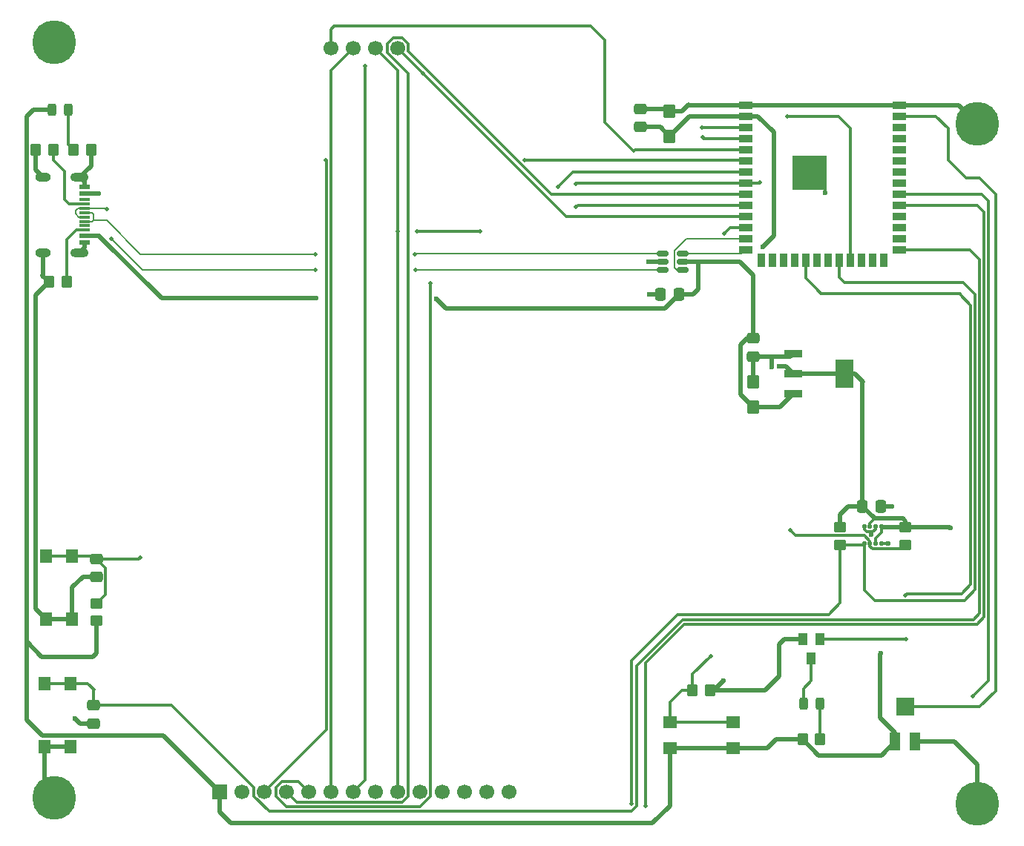
<source format=gbr>
%TF.GenerationSoftware,KiCad,Pcbnew,9.0.1*%
%TF.CreationDate,2025-06-20T23:10:46-05:00*%
%TF.ProjectId,LVGL_Training_Board,4c56474c-5f54-4726-9169-6e696e675f42,rev?*%
%TF.SameCoordinates,Original*%
%TF.FileFunction,Copper,L1,Top*%
%TF.FilePolarity,Positive*%
%FSLAX46Y46*%
G04 Gerber Fmt 4.6, Leading zero omitted, Abs format (unit mm)*
G04 Created by KiCad (PCBNEW 9.0.1) date 2025-06-20 23:10:46*
%MOMM*%
%LPD*%
G01*
G04 APERTURE LIST*
G04 Aperture macros list*
%AMRoundRect*
0 Rectangle with rounded corners*
0 $1 Rounding radius*
0 $2 $3 $4 $5 $6 $7 $8 $9 X,Y pos of 4 corners*
0 Add a 4 corners polygon primitive as box body*
4,1,4,$2,$3,$4,$5,$6,$7,$8,$9,$2,$3,0*
0 Add four circle primitives for the rounded corners*
1,1,$1+$1,$2,$3*
1,1,$1+$1,$4,$5*
1,1,$1+$1,$6,$7*
1,1,$1+$1,$8,$9*
0 Add four rect primitives between the rounded corners*
20,1,$1+$1,$2,$3,$4,$5,0*
20,1,$1+$1,$4,$5,$6,$7,0*
20,1,$1+$1,$6,$7,$8,$9,0*
20,1,$1+$1,$8,$9,$2,$3,0*%
G04 Aperture macros list end*
%TA.AperFunction,SMDPad,CuDef*%
%ADD10RoundRect,0.243750X-0.243750X-0.456250X0.243750X-0.456250X0.243750X0.456250X-0.243750X0.456250X0*%
%TD*%
%TA.AperFunction,SMDPad,CuDef*%
%ADD11RoundRect,0.250000X-0.350000X-0.450000X0.350000X-0.450000X0.350000X0.450000X-0.350000X0.450000X0*%
%TD*%
%TA.AperFunction,SMDPad,CuDef*%
%ADD12R,1.000000X1.400000*%
%TD*%
%TA.AperFunction,SMDPad,CuDef*%
%ADD13RoundRect,0.056250X-0.168750X0.188750X-0.168750X-0.188750X0.168750X-0.188750X0.168750X0.188750X0*%
%TD*%
%TA.AperFunction,SMDPad,CuDef*%
%ADD14RoundRect,0.250000X-0.450000X0.350000X-0.450000X-0.350000X0.450000X-0.350000X0.450000X0.350000X0*%
%TD*%
%TA.AperFunction,SMDPad,CuDef*%
%ADD15RoundRect,0.250000X-0.337500X-0.475000X0.337500X-0.475000X0.337500X0.475000X-0.337500X0.475000X0*%
%TD*%
%TA.AperFunction,SMDPad,CuDef*%
%ADD16R,1.300000X2.000000*%
%TD*%
%TA.AperFunction,SMDPad,CuDef*%
%ADD17R,2.000000X2.000000*%
%TD*%
%TA.AperFunction,SMDPad,CuDef*%
%ADD18R,1.600000X1.400000*%
%TD*%
%TA.AperFunction,SMDPad,CuDef*%
%ADD19RoundRect,0.250000X0.350000X0.450000X-0.350000X0.450000X-0.350000X-0.450000X0.350000X-0.450000X0*%
%TD*%
%TA.AperFunction,SMDPad,CuDef*%
%ADD20R,2.150000X0.950000*%
%TD*%
%TA.AperFunction,SMDPad,CuDef*%
%ADD21R,2.150000X3.250000*%
%TD*%
%TA.AperFunction,SMDPad,CuDef*%
%ADD22RoundRect,0.250000X0.450000X-0.350000X0.450000X0.350000X-0.450000X0.350000X-0.450000X-0.350000X0*%
%TD*%
%TA.AperFunction,ComponentPad*%
%ADD23C,5.000000*%
%TD*%
%TA.AperFunction,SMDPad,CuDef*%
%ADD24R,1.400000X1.600000*%
%TD*%
%TA.AperFunction,SMDPad,CuDef*%
%ADD25RoundRect,0.250000X-0.475000X0.337500X-0.475000X-0.337500X0.475000X-0.337500X0.475000X0.337500X0*%
%TD*%
%TA.AperFunction,ComponentPad*%
%ADD26R,1.700000X1.700000*%
%TD*%
%TA.AperFunction,ComponentPad*%
%ADD27C,1.700000*%
%TD*%
%TA.AperFunction,SMDPad,CuDef*%
%ADD28RoundRect,0.250000X0.445000X-0.545000X0.445000X0.545000X-0.445000X0.545000X-0.445000X-0.545000X0*%
%TD*%
%TA.AperFunction,SMDPad,CuDef*%
%ADD29RoundRect,0.243750X0.243750X0.456250X-0.243750X0.456250X-0.243750X-0.456250X0.243750X-0.456250X0*%
%TD*%
%TA.AperFunction,SMDPad,CuDef*%
%ADD30RoundRect,0.150000X-0.512500X-0.150000X0.512500X-0.150000X0.512500X0.150000X-0.512500X0.150000X0*%
%TD*%
%TA.AperFunction,SMDPad,CuDef*%
%ADD31R,1.150000X0.600000*%
%TD*%
%TA.AperFunction,SMDPad,CuDef*%
%ADD32R,1.150000X0.300000*%
%TD*%
%TA.AperFunction,ComponentPad*%
%ADD33O,2.100000X1.000000*%
%TD*%
%TA.AperFunction,ComponentPad*%
%ADD34O,1.800000X1.000000*%
%TD*%
%TA.AperFunction,SMDPad,CuDef*%
%ADD35RoundRect,0.250000X0.337500X0.475000X-0.337500X0.475000X-0.337500X-0.475000X0.337500X-0.475000X0*%
%TD*%
%TA.AperFunction,SMDPad,CuDef*%
%ADD36R,1.500000X0.900000*%
%TD*%
%TA.AperFunction,SMDPad,CuDef*%
%ADD37R,0.900000X1.500000*%
%TD*%
%TA.AperFunction,HeatsinkPad*%
%ADD38C,0.600000*%
%TD*%
%TA.AperFunction,HeatsinkPad*%
%ADD39R,3.900000X3.900000*%
%TD*%
%TA.AperFunction,SMDPad,CuDef*%
%ADD40RoundRect,0.250000X0.475000X-0.337500X0.475000X0.337500X-0.475000X0.337500X-0.475000X-0.337500X0*%
%TD*%
%TA.AperFunction,ViaPad*%
%ADD41C,0.600000*%
%TD*%
%TA.AperFunction,ViaPad*%
%ADD42C,0.500000*%
%TD*%
%TA.AperFunction,Conductor*%
%ADD43C,0.300000*%
%TD*%
%TA.AperFunction,Conductor*%
%ADD44C,0.500000*%
%TD*%
%TA.AperFunction,Conductor*%
%ADD45C,0.200000*%
%TD*%
G04 APERTURE END LIST*
D10*
%TO.P,LED2,2,A*%
%TO.N,Net-(LED2-A)*%
X177907500Y-132700000D03*
%TO.P,LED2,1,K*%
%TO.N,Net-(LED2-K)*%
X176032500Y-132700000D03*
%TD*%
D11*
%TO.P,R9,2*%
%TO.N,Net-(LED2-A)*%
X177950000Y-136800000D03*
%TO.P,R9,1*%
%TO.N,+3.3V*%
X175950000Y-136800000D03*
%TD*%
D12*
%TO.P,U6,1*%
%TO.N,/LED1*%
X177900000Y-125350000D03*
%TO.P,U6,2*%
%TO.N,GND*%
X176000000Y-125350000D03*
%TO.P,U6,3*%
%TO.N,Net-(LED2-K)*%
X176950000Y-127550000D03*
%TD*%
D13*
%TO.P,U9,3,SDI*%
%TO.N,/SDA*%
X183625000Y-114420000D03*
%TO.P,U9,2,CSB*%
%TO.N,+3.3V*%
X184275000Y-114420000D03*
%TO.P,U9,1,GND*%
%TO.N,GND*%
X184925000Y-114420000D03*
%TO.P,U9,4,SCK*%
%TO.N,/SCL*%
X182975000Y-114420000D03*
%TO.P,U9,6,VDDIO*%
%TO.N,+3.3V*%
X183625000Y-112480000D03*
%TO.P,U9,7,GND*%
%TO.N,GND*%
X184275000Y-112480000D03*
%TO.P,U9,8,VDD*%
%TO.N,+3.3V*%
X184925000Y-112480000D03*
%TO.P,U9,5,SDO*%
%TO.N,GND*%
X182975000Y-112480000D03*
%TD*%
D14*
%TO.P,R13,1*%
%TO.N,+3.3V*%
X187675000Y-112537500D03*
%TO.P,R13,2*%
%TO.N,/SDA*%
X187675000Y-114537500D03*
%TD*%
%TO.P,R12,1*%
%TO.N,+3.3V*%
X180225000Y-112537500D03*
%TO.P,R12,2*%
%TO.N,/SCL*%
X180225000Y-114537500D03*
%TD*%
D15*
%TO.P,C8,1*%
%TO.N,+3.3V*%
X182787500Y-110170000D03*
%TO.P,C8,2*%
%TO.N,GND*%
X184862500Y-110170000D03*
%TD*%
D16*
%TO.P,VR1,C,C*%
%TO.N,+3.3V*%
X186500000Y-137050000D03*
%TO.P,VR1,A,A*%
%TO.N,GND*%
X188800000Y-137050000D03*
D17*
%TO.P,VR1,B,B*%
%TO.N,/POT1*%
X187650000Y-133050000D03*
%TD*%
D18*
%TO.P,S3,1*%
%TO.N,/SW1*%
X168000000Y-134800000D03*
%TO.P,S3,2*%
X160800000Y-134800000D03*
%TO.P,S3,3*%
%TO.N,+3.3V*%
X168000000Y-137800000D03*
%TO.P,S3,4*%
X160800000Y-137800000D03*
%TD*%
D19*
%TO.P,R6,1*%
%TO.N,GND*%
X165400000Y-131200000D03*
%TO.P,R6,2*%
%TO.N,/SW1*%
X163400000Y-131200000D03*
%TD*%
D20*
%TO.P,U1,1,GND*%
%TO.N,GND*%
X174900000Y-92700000D03*
%TO.P,U1,2,VOUT_2*%
%TO.N,+3.3V*%
X174900000Y-95000000D03*
%TO.P,U1,3,VIN*%
%TO.N,+5V*%
X174900000Y-97300000D03*
D21*
%TO.P,U1,4,VOUT_4*%
%TO.N,+3.3V*%
X180700000Y-95000000D03*
%TD*%
D22*
%TO.P,R4,1*%
%TO.N,+3.3V*%
X95400000Y-123250000D03*
%TO.P,R4,2*%
%TO.N,/EN*%
X95400000Y-121250000D03*
%TD*%
D23*
%TO.P,H3,1,1*%
%TO.N,GND*%
X90550000Y-143450000D03*
%TD*%
D24*
%TO.P,S1,1*%
%TO.N,GND*%
X92412500Y-137600000D03*
%TO.P,S1,2*%
%TO.N,/BOOT*%
X92412500Y-130400000D03*
%TO.P,S1,3*%
%TO.N,GND*%
X89412500Y-137600000D03*
%TO.P,S1,4*%
%TO.N,/BOOT*%
X89412500Y-130400000D03*
%TD*%
D25*
%TO.P,C1,1*%
%TO.N,+5V*%
X170300000Y-90962500D03*
%TO.P,C1,2*%
%TO.N,GND*%
X170300000Y-93037500D03*
%TD*%
D26*
%TO.P,U4,1,VCC*%
%TO.N,+3.3V*%
X109440000Y-142760000D03*
D27*
%TO.P,U4,2,GND*%
%TO.N,GND*%
X111980000Y-142760000D03*
%TO.P,U4,3,TFT_CS*%
%TO.N,/TFT_CS*%
X114520000Y-142760000D03*
%TO.P,U4,4,TFT_RST*%
%TO.N,/TFT_RST*%
X117060000Y-142760000D03*
%TO.P,U4,5,TFT_D/C*%
%TO.N,/TFT_DC*%
X119600000Y-142760000D03*
%TO.P,U4,6,TFT_MOSI*%
%TO.N,/MOSI*%
X122140000Y-142760000D03*
%TO.P,U4,7,TFT_SCK*%
%TO.N,/SCK*%
X124680000Y-142760000D03*
%TO.P,U4,8,LED*%
%TO.N,/TFT_LED*%
X127220000Y-142760000D03*
%TO.P,U4,9,TFT_MISO*%
%TO.N,/MISO*%
X129760000Y-142760000D03*
%TO.P,U4,10,T_CLK*%
%TO.N,/SCL*%
X132300000Y-142760000D03*
%TO.P,U4,11,T_CS*%
%TO.N,/T_CS*%
X134840000Y-142760000D03*
%TO.P,U4,12,T_DI*%
%TO.N,/SDA*%
X137380000Y-142760000D03*
%TO.P,U4,13,T_DO*%
%TO.N,GND*%
X139920000Y-142760000D03*
%TO.P,U4,14,T_IRQ*%
%TO.N,/T_IRQ*%
X142460000Y-142760000D03*
%TO.P,U4,15,SD_CS*%
%TO.N,/SD_CS*%
X122140000Y-57840000D03*
%TO.P,U4,16,SD_MOSI*%
%TO.N,/MOSI*%
X124680000Y-57840000D03*
%TO.P,U4,17,SD_MISO*%
%TO.N,/MISO*%
X127220000Y-57840000D03*
%TO.P,U4,18,SD_SCK*%
%TO.N,/SCK*%
X129760000Y-57840000D03*
%TD*%
D28*
%TO.P,C3,1*%
%TO.N,+3.3V*%
X160750000Y-67890000D03*
%TO.P,C3,2*%
%TO.N,GND*%
X160750000Y-65010000D03*
%TD*%
%TO.P,C2,1*%
%TO.N,+5V*%
X170300000Y-98840000D03*
%TO.P,C2,2*%
%TO.N,GND*%
X170300000Y-95960000D03*
%TD*%
D11*
%TO.P,R1,1*%
%TO.N,/PWD_LED*%
X92750000Y-69450000D03*
%TO.P,R1,2*%
%TO.N,GND*%
X94750000Y-69450000D03*
%TD*%
D29*
%TO.P,LED1,1,K*%
%TO.N,/PWD_LED*%
X92137500Y-64900000D03*
%TO.P,LED1,2,A*%
%TO.N,+3.3V*%
X90262500Y-64900000D03*
%TD*%
D24*
%TO.P,S2,1*%
%TO.N,GND*%
X92612500Y-123050000D03*
%TO.P,S2,2*%
%TO.N,/EN*%
X92612500Y-115850000D03*
%TO.P,S2,3*%
%TO.N,GND*%
X89612500Y-123050000D03*
%TO.P,S2,4*%
%TO.N,/EN*%
X89612500Y-115850000D03*
%TD*%
D30*
%TO.P,U3,1,I/O1*%
%TO.N,/USB_P*%
X160012500Y-81300000D03*
%TO.P,U3,2,GND*%
%TO.N,GND*%
X160012500Y-82250000D03*
%TO.P,U3,3,I/O2*%
%TO.N,/USB_N*%
X160012500Y-83200000D03*
%TO.P,U3,4,I/O2*%
%TO.N,/D-*%
X162287500Y-83200000D03*
%TO.P,U3,5,VBUS*%
%TO.N,+5V*%
X162287500Y-82250000D03*
%TO.P,U3,6,I/O1*%
%TO.N,/D+*%
X162287500Y-81300000D03*
%TD*%
D31*
%TO.P,J1,A1_B12,GND*%
%TO.N,GND*%
X94042500Y-73672500D03*
%TO.P,J1,A4_B9,VBUS*%
%TO.N,+5V*%
X94042500Y-74472500D03*
D32*
%TO.P,J1,A5,CC1*%
%TO.N,Net-(J1-CC1)*%
X94042500Y-75622500D03*
%TO.P,J1,A6,DP1*%
%TO.N,/USB_P*%
X94042500Y-76622500D03*
%TO.P,J1,A7,DN1*%
%TO.N,/USB_N*%
X94042500Y-77122500D03*
%TO.P,J1,A8,SBU1*%
%TO.N,unconnected-(J1-SBU1-PadA8)*%
X94042500Y-78122500D03*
D31*
%TO.P,J1,B1_A12,GND*%
%TO.N,GND*%
X94042500Y-80072500D03*
%TO.P,J1,B4_A9,VBUS*%
%TO.N,+5V*%
X94042500Y-79272500D03*
D32*
%TO.P,J1,B5,CC2*%
%TO.N,Net-(J1-CC2)*%
X94042500Y-78622500D03*
%TO.P,J1,B6,DP2*%
%TO.N,/USB_P*%
X94042500Y-77622500D03*
%TO.P,J1,B7,DN2*%
%TO.N,/USB_N*%
X94042500Y-76122500D03*
%TO.P,J1,B8,SBU2*%
%TO.N,unconnected-(J1-SBU2-PadB8)*%
X94042500Y-75122500D03*
D33*
%TO.P,J1,SH1,SHELL_GND*%
%TO.N,GND*%
X93467500Y-72552500D03*
%TO.P,J1,SH2,SHELL_GND*%
X93467500Y-81192500D03*
D34*
%TO.P,J1,SH3,SHELL_GND*%
X89287500Y-72552500D03*
%TO.P,J1,SH4,SHELL_GND*%
X89287500Y-81192500D03*
%TD*%
D35*
%TO.P,C5,1*%
%TO.N,+5V*%
X161837500Y-85950000D03*
%TO.P,C5,2*%
%TO.N,GND*%
X159762500Y-85950000D03*
%TD*%
D25*
%TO.P,C7,1*%
%TO.N,/EN*%
X95350000Y-116162500D03*
%TO.P,C7,2*%
%TO.N,GND*%
X95350000Y-118237500D03*
%TD*%
D23*
%TO.P,H2,1,1*%
%TO.N,GND*%
X195850000Y-144150000D03*
%TD*%
D19*
%TO.P,R3,1*%
%TO.N,Net-(J1-CC1)*%
X90450000Y-69450000D03*
%TO.P,R3,2*%
%TO.N,GND*%
X88450000Y-69450000D03*
%TD*%
D25*
%TO.P,C6,1*%
%TO.N,/BOOT*%
X95062500Y-132900000D03*
%TO.P,C6,2*%
%TO.N,GND*%
X95062500Y-134975000D03*
%TD*%
D19*
%TO.P,R2,1*%
%TO.N,Net-(J1-CC2)*%
X91987500Y-84522500D03*
%TO.P,R2,2*%
%TO.N,GND*%
X89987500Y-84522500D03*
%TD*%
D36*
%TO.P,U2,1,GND*%
%TO.N,GND*%
X169450000Y-64330000D03*
%TO.P,U2,2,3V3*%
%TO.N,+3.3V*%
X169450000Y-65600000D03*
%TO.P,U2,3,EN*%
%TO.N,/EN*%
X169450000Y-66870000D03*
%TO.P,U2,4,IO4*%
%TO.N,/TFT_DC*%
X169450000Y-68140000D03*
%TO.P,U2,5,IO5*%
%TO.N,/SD_CS*%
X169450000Y-69410000D03*
%TO.P,U2,6,IO6*%
%TO.N,/TFT_CS*%
X169450000Y-70680000D03*
%TO.P,U2,7,IO7*%
%TO.N,/T_CS*%
X169450000Y-71950000D03*
%TO.P,U2,8,IO15*%
%TO.N,/SDA*%
X169450000Y-73220000D03*
%TO.P,U2,9,IO16*%
%TO.N,/TFT_RST*%
X169450000Y-74490000D03*
%TO.P,U2,10,IO17*%
%TO.N,/MISO*%
X169450000Y-75760000D03*
%TO.P,U2,11,IO18*%
%TO.N,/SCK*%
X169450000Y-77030000D03*
%TO.P,U2,12,IO8*%
%TO.N,/SW1*%
X169450000Y-78300000D03*
%TO.P,U2,13,USB_D-*%
%TO.N,/D-*%
X169450000Y-79570000D03*
%TO.P,U2,14,USB_D+*%
%TO.N,/D+*%
X169450000Y-80840000D03*
D37*
%TO.P,U2,15,IO3*%
%TO.N,unconnected-(U2-IO3-Pad15)*%
X171215000Y-82090000D03*
%TO.P,U2,16,IO46*%
%TO.N,unconnected-(U2-IO46-Pad16)*%
X172485000Y-82090000D03*
%TO.P,U2,17,IO9*%
%TO.N,unconnected-(U2-IO9-Pad17)*%
X173755000Y-82090000D03*
%TO.P,U2,18,IO10*%
%TO.N,unconnected-(U2-IO10-Pad18)*%
X175025000Y-82090000D03*
%TO.P,U2,19,IO11*%
%TO.N,/LED1*%
X176295000Y-82090000D03*
%TO.P,U2,20,IO12*%
%TO.N,unconnected-(U2-IO12-Pad20)*%
X177565000Y-82090000D03*
%TO.P,U2,21,IO13*%
%TO.N,unconnected-(U2-IO13-Pad21)*%
X178835000Y-82090000D03*
%TO.P,U2,22,IO14*%
%TO.N,/SCL*%
X180105000Y-82090000D03*
%TO.P,U2,23,IO21*%
%TO.N,/MOSI*%
X181375000Y-82090000D03*
%TO.P,U2,24,IO47*%
%TO.N,unconnected-(U2-IO47-Pad24)*%
X182645000Y-82090000D03*
%TO.P,U2,25,IO48*%
%TO.N,unconnected-(U2-IO48-Pad25)*%
X183915000Y-82090000D03*
%TO.P,U2,26,IO45*%
%TO.N,unconnected-(U2-IO45-Pad26)*%
X185185000Y-82090000D03*
D36*
%TO.P,U2,27,IO0*%
%TO.N,/BOOT*%
X186950000Y-80840000D03*
%TO.P,U2,28,IO35*%
%TO.N,unconnected-(U2-IO35-Pad28)*%
X186950000Y-79570000D03*
%TO.P,U2,29,IO36*%
%TO.N,unconnected-(U2-IO36-Pad29)*%
X186950000Y-78300000D03*
%TO.P,U2,30,IO37*%
%TO.N,unconnected-(U2-IO37-Pad30)*%
X186950000Y-77030000D03*
%TO.P,U2,31,IO38*%
%TO.N,/TFT_LED*%
X186950000Y-75760000D03*
%TO.P,U2,32,IO39*%
%TO.N,/T_IRQ*%
X186950000Y-74490000D03*
%TO.P,U2,33,IO40*%
%TO.N,unconnected-(U2-IO40-Pad33)*%
X186950000Y-73220000D03*
%TO.P,U2,34,IO41*%
%TO.N,unconnected-(U2-IO41-Pad34)*%
X186950000Y-71950000D03*
%TO.P,U2,35,IO42*%
%TO.N,unconnected-(U2-IO42-Pad35)*%
X186950000Y-70680000D03*
%TO.P,U2,36,RXD0*%
%TO.N,unconnected-(U2-RXD0-Pad36)*%
X186950000Y-69410000D03*
%TO.P,U2,37,TXD0*%
%TO.N,unconnected-(U2-TXD0-Pad37)*%
X186950000Y-68140000D03*
%TO.P,U2,38,IO2*%
%TO.N,unconnected-(U2-IO2-Pad38)*%
X186950000Y-66870000D03*
%TO.P,U2,39,IO1*%
%TO.N,/POT1*%
X186950000Y-65600000D03*
%TO.P,U2,40,GND*%
%TO.N,GND*%
X186950000Y-64330000D03*
D38*
%TO.P,U2,41,GND*%
X175300000Y-71350000D03*
X175300000Y-72750000D03*
X176000000Y-70650000D03*
X176000000Y-72050000D03*
X176000000Y-73450000D03*
X176700000Y-71350000D03*
D39*
X176700000Y-72050000D03*
D38*
X176700000Y-72750000D03*
X177400000Y-70650000D03*
X177400000Y-72050000D03*
X177400000Y-73450000D03*
X178100000Y-71350000D03*
X178100000Y-72750000D03*
%TD*%
D40*
%TO.P,C4,1*%
%TO.N,+3.3V*%
X157450000Y-66837500D03*
%TO.P,C4,2*%
%TO.N,GND*%
X157450000Y-64762500D03*
%TD*%
D23*
%TO.P,H4,1,1*%
%TO.N,GND*%
X90550000Y-57150000D03*
%TD*%
%TO.P,H1,1,1*%
%TO.N,GND*%
X195900000Y-66500000D03*
%TD*%
D41*
%TO.N,GND*%
X178500000Y-74400000D03*
X183795452Y-113386214D03*
X185750000Y-114366000D03*
%TO.N,+3.3V*%
X192800000Y-112650000D03*
X184900000Y-126900000D03*
D42*
%TO.N,/LED1*%
X187750000Y-125350000D03*
X187650000Y-120300000D03*
D41*
%TO.N,+5V*%
X134151000Y-86450000D03*
X120400000Y-86400000D03*
D42*
%TO.N,/SDA*%
X174500000Y-112900000D03*
X171100000Y-73200000D03*
%TO.N,/MOSI*%
X174200000Y-65650000D03*
%TO.N,/SCL*%
X156400000Y-144150000D03*
%TO.N,/TFT_LED*%
X158000000Y-144400000D03*
%TO.N,/T_IRQ*%
X195350000Y-131850000D03*
D41*
%TO.N,+3.3V*%
X173300000Y-94150000D03*
X171400000Y-80550000D03*
D42*
%TO.N,/SW1*%
X165450000Y-127300000D03*
X167000000Y-79020000D03*
%TO.N,/MISO*%
X129760000Y-78750000D03*
X131950000Y-78750000D03*
X150100000Y-75950000D03*
X139150000Y-78750000D03*
%TO.N,/SDA*%
X150100000Y-73350000D03*
%TO.N,/SCK*%
X132600764Y-60699236D03*
X126000000Y-59900000D03*
%TO.N,/T_CS*%
X148000000Y-73650000D03*
%TO.N,/TFT_DC*%
X164550000Y-68050000D03*
%TO.N,/EN*%
X100350000Y-116050000D03*
X164450000Y-66900000D03*
%TO.N,/TFT_DC*%
X133450000Y-84650000D03*
%TO.N,/TFT_CS*%
X144200000Y-70600000D03*
X121540000Y-70600000D03*
D41*
%TO.N,GND*%
X186100000Y-110200000D03*
X172450000Y-94250000D03*
X158450000Y-85950000D03*
X158400000Y-82250000D03*
X166950000Y-130050000D03*
D42*
%TO.N,/USB_N*%
X96550000Y-76200000D03*
X97100000Y-79600000D03*
X120350000Y-83200000D03*
X131750000Y-83200000D03*
%TO.N,/USB_P*%
X120350000Y-81350000D03*
X131700000Y-81350000D03*
D41*
%TO.N,+5V*%
X95650000Y-74450000D03*
X95650000Y-79250000D03*
%TO.N,GND*%
X92900000Y-134400000D03*
%TD*%
D43*
%TO.N,/BOOT*%
X194840000Y-80840000D02*
X186950000Y-80840000D01*
X194850000Y-80850000D02*
X194840000Y-80840000D01*
X195050000Y-80850000D02*
X194850000Y-80850000D01*
X196148000Y-81948000D02*
X195050000Y-80850000D01*
X196148000Y-122402000D02*
X196148000Y-81948000D01*
X195450000Y-123100000D02*
X196148000Y-122402000D01*
X162241480Y-123100000D02*
X195450000Y-123100000D01*
X156398943Y-145001000D02*
X157001000Y-144398943D01*
X157001000Y-144398943D02*
X157001000Y-128340480D01*
X113319000Y-143257471D02*
X115062529Y-145001000D01*
X157001000Y-128340480D02*
X162241480Y-123100000D01*
X113319000Y-142262529D02*
X113319000Y-143257471D01*
X95062500Y-132900000D02*
X103956471Y-132900000D01*
X103956471Y-132900000D02*
X113319000Y-142262529D01*
X115062529Y-145001000D02*
X156398943Y-145001000D01*
%TO.N,/TFT_LED*%
X196649000Y-76569000D02*
X195840000Y-75760000D01*
X195850000Y-123600000D02*
X196649000Y-122801000D01*
X195840000Y-75760000D02*
X186950000Y-75760000D01*
X162450000Y-123600000D02*
X195850000Y-123600000D01*
X196649000Y-122801000D02*
X196649000Y-76569000D01*
X158000000Y-128050000D02*
X162450000Y-123600000D01*
X158000000Y-144400000D02*
X158000000Y-128050000D01*
%TO.N,GND*%
X178500000Y-73850000D02*
X178500000Y-74400000D01*
X176700000Y-72050000D02*
X178500000Y-73850000D01*
X183800000Y-113381666D02*
X183795452Y-113386214D01*
X183800000Y-113076000D02*
X183963998Y-113076000D01*
X183800000Y-113076000D02*
X183800000Y-113381666D01*
X185696000Y-114420000D02*
X185750000Y-114366000D01*
X184925000Y-114420000D02*
X185696000Y-114420000D01*
X184275000Y-112764998D02*
X184275000Y-112480000D01*
X183963998Y-113076000D02*
X184275000Y-112764998D01*
X183286002Y-113076000D02*
X183800000Y-113076000D01*
X182975000Y-112764998D02*
X183286002Y-113076000D01*
X182975000Y-112480000D02*
X182975000Y-112764998D01*
%TO.N,+3.3V*%
X184925000Y-113175000D02*
X184925000Y-112480000D01*
X184275000Y-113825000D02*
X184925000Y-113175000D01*
X184275000Y-114420000D02*
X184275000Y-113825000D01*
X183625000Y-112092500D02*
X184167500Y-111550000D01*
X183625000Y-112480000D02*
X183625000Y-112092500D01*
D44*
X192687500Y-112537500D02*
X187675000Y-112537500D01*
X192800000Y-112650000D02*
X192687500Y-112537500D01*
X184800000Y-127000000D02*
X184900000Y-126900000D01*
X184800000Y-134300000D02*
X184800000Y-127000000D01*
X186500000Y-137050000D02*
X186500000Y-136000000D01*
X186500000Y-136000000D02*
X184800000Y-134300000D01*
D43*
%TO.N,/LED1*%
X187750000Y-125350000D02*
X177900000Y-125350000D01*
X187800000Y-120150000D02*
X187650000Y-120300000D01*
X194100000Y-120150000D02*
X187800000Y-120150000D01*
X195146000Y-119104000D02*
X194100000Y-120150000D01*
X195146000Y-87250000D02*
X195146000Y-119104000D01*
X178050000Y-85850000D02*
X193900000Y-85850000D01*
X177550000Y-85350000D02*
X178050000Y-85850000D01*
X193900000Y-85850000D02*
X193900000Y-85950000D01*
X176295000Y-84095000D02*
X177550000Y-85350000D01*
X193900000Y-85950000D02*
X195146000Y-87196000D01*
X176295000Y-82090000D02*
X176295000Y-84095000D01*
X195146000Y-87196000D02*
X195146000Y-87250000D01*
%TO.N,/SCL*%
X182975000Y-119725000D02*
X182975000Y-114420000D01*
X184150000Y-120900000D02*
X182975000Y-119725000D01*
X194400000Y-120900000D02*
X184150000Y-120900000D01*
X195647000Y-119653000D02*
X194400000Y-120900000D01*
X195647000Y-85997000D02*
X195647000Y-119653000D01*
X194250000Y-84600000D02*
X195647000Y-85997000D01*
X180700000Y-84600000D02*
X194250000Y-84600000D01*
X180105000Y-84005000D02*
X180700000Y-84600000D01*
X180105000Y-82090000D02*
X180105000Y-84005000D01*
D44*
%TO.N,+3.3V*%
X182787500Y-95962500D02*
X182787500Y-110170000D01*
X182825000Y-95925000D02*
X182787500Y-95962500D01*
X181900000Y-95000000D02*
X182825000Y-95925000D01*
X180700000Y-95000000D02*
X181900000Y-95000000D01*
%TO.N,+5V*%
X135251000Y-87550000D02*
X160237500Y-87550000D01*
X134151000Y-86450000D02*
X135251000Y-87550000D01*
X102800000Y-86400000D02*
X120400000Y-86400000D01*
X95650000Y-79250000D02*
X102800000Y-86400000D01*
X160237500Y-87550000D02*
X161837500Y-85950000D01*
D43*
%TO.N,/SDA*%
X182978498Y-113488500D02*
X183625000Y-114135002D01*
X175088500Y-113488500D02*
X182978498Y-113488500D01*
X174500000Y-112900000D02*
X175088500Y-113488500D01*
X171080000Y-73220000D02*
X171100000Y-73200000D01*
X183625000Y-114135002D02*
X183625000Y-114420000D01*
X169450000Y-73220000D02*
X171080000Y-73220000D01*
D44*
%TO.N,+3.3V*%
X172650000Y-79300000D02*
X171400000Y-80550000D01*
X172650000Y-67450000D02*
X172650000Y-79300000D01*
X170800000Y-65600000D02*
X172650000Y-67450000D01*
X169450000Y-65600000D02*
X170800000Y-65600000D01*
D43*
%TO.N,/MOSI*%
X174250000Y-65600000D02*
X174200000Y-65650000D01*
X180000000Y-65600000D02*
X174250000Y-65600000D01*
X181375000Y-66975000D02*
X180000000Y-65600000D01*
X181375000Y-82090000D02*
X181375000Y-66975000D01*
%TO.N,/SCL*%
X180225000Y-121125000D02*
X180225000Y-114537500D01*
X180250000Y-121150000D02*
X180225000Y-121125000D01*
X178900000Y-122500000D02*
X180250000Y-121150000D01*
X161700000Y-122500000D02*
X178900000Y-122500000D01*
X156400000Y-127800000D02*
X161700000Y-122500000D01*
X156400000Y-144150000D02*
X156400000Y-127800000D01*
%TO.N,/T_IRQ*%
X197150000Y-130050000D02*
X195350000Y-131850000D01*
X197150000Y-75350000D02*
X197150000Y-130050000D01*
X196390000Y-74490000D02*
X197150000Y-75250000D01*
X197150000Y-75250000D02*
X197150000Y-75350000D01*
X186950000Y-74490000D02*
X196390000Y-74490000D01*
D44*
%TO.N,+3.3V*%
X174050000Y-94150000D02*
X174900000Y-95000000D01*
X173300000Y-94150000D02*
X174050000Y-94150000D01*
D43*
%TO.N,/SW1*%
X163400000Y-129350000D02*
X163400000Y-131200000D01*
X165450000Y-127300000D02*
X163400000Y-129350000D01*
X167720000Y-78300000D02*
X167000000Y-79020000D01*
X169450000Y-78300000D02*
X167720000Y-78300000D01*
%TO.N,/MISO*%
X129760000Y-78750000D02*
X129760000Y-142760000D01*
X139150000Y-78750000D02*
X131950000Y-78750000D01*
X150290000Y-75760000D02*
X150100000Y-75950000D01*
X169450000Y-75760000D02*
X150290000Y-75760000D01*
%TO.N,/SDA*%
X150230000Y-73220000D02*
X150100000Y-73350000D01*
X169450000Y-73220000D02*
X150230000Y-73220000D01*
%TO.N,/SCK*%
X126019000Y-59900000D02*
X126000000Y-59900000D01*
X126019000Y-141421000D02*
X126019000Y-59900000D01*
X124680000Y-142760000D02*
X126019000Y-141421000D01*
%TO.N,/T_CS*%
X149700000Y-71950000D02*
X148000000Y-73650000D01*
X169450000Y-71950000D02*
X149700000Y-71950000D01*
%TO.N,/TFT_DC*%
X164640000Y-68140000D02*
X164550000Y-68050000D01*
X169450000Y-68140000D02*
X164640000Y-68140000D01*
%TO.N,/EN*%
X100237500Y-116162500D02*
X95350000Y-116162500D01*
X100350000Y-116050000D02*
X100237500Y-116162500D01*
X164480000Y-66870000D02*
X164450000Y-66900000D01*
X169450000Y-66870000D02*
X164480000Y-66870000D01*
%TO.N,/TFT_DC*%
X133501000Y-84701000D02*
X133450000Y-84650000D01*
X133501000Y-143257471D02*
X133501000Y-84701000D01*
X117063529Y-144462000D02*
X132296471Y-144462000D01*
X115859000Y-143257471D02*
X117063529Y-144462000D01*
X116562529Y-141559000D02*
X115859000Y-142262529D01*
X132296471Y-144462000D02*
X133501000Y-143257471D01*
X118399000Y-141559000D02*
X116562529Y-141559000D01*
X115859000Y-142262529D02*
X115859000Y-143257471D01*
X119600000Y-142760000D02*
X118399000Y-141559000D01*
%TO.N,/TFT_RST*%
X147240057Y-74490000D02*
X169450000Y-74490000D01*
X130961000Y-58210943D02*
X147240057Y-74490000D01*
X130961000Y-57342529D02*
X130961000Y-58210943D01*
X130257471Y-56639000D02*
X130961000Y-57342529D01*
X129262529Y-56639000D02*
X130257471Y-56639000D01*
X128559000Y-57342529D02*
X129262529Y-56639000D01*
X128559000Y-58337471D02*
X128559000Y-57342529D01*
X130961000Y-60739471D02*
X128559000Y-58337471D01*
X130961000Y-143257471D02*
X130961000Y-60739471D01*
X130257471Y-143961000D02*
X130961000Y-143257471D01*
X118261000Y-143961000D02*
X130257471Y-143961000D01*
X117060000Y-142760000D02*
X118261000Y-143961000D01*
%TO.N,/TFT_CS*%
X169370000Y-70600000D02*
X144200000Y-70600000D01*
X169450000Y-70680000D02*
X169370000Y-70600000D01*
X121600000Y-135680000D02*
X121600000Y-70600000D01*
X114520000Y-142760000D02*
X121600000Y-135680000D01*
X121600000Y-70600000D02*
X121540000Y-70600000D01*
%TO.N,/SD_CS*%
X156840000Y-69410000D02*
X169450000Y-69410000D01*
X156650000Y-69600000D02*
X156840000Y-69410000D01*
X153350000Y-66300000D02*
X156650000Y-69600000D01*
X153350000Y-56950000D02*
X153350000Y-66300000D01*
X151750000Y-55350000D02*
X153350000Y-56950000D01*
X122140000Y-55710000D02*
X122500000Y-55350000D01*
X122500000Y-55350000D02*
X151750000Y-55350000D01*
X122140000Y-57840000D02*
X122140000Y-55710000D01*
%TO.N,/SCK*%
X148950000Y-77030000D02*
X169450000Y-77030000D01*
X129760000Y-57840000D02*
X148950000Y-77030000D01*
D44*
%TO.N,+3.3V*%
X181170000Y-110170000D02*
X182787500Y-110170000D01*
X181150000Y-110150000D02*
X181170000Y-110170000D01*
X180225000Y-111075000D02*
X181150000Y-110150000D01*
X180225000Y-112537500D02*
X180225000Y-111075000D01*
%TO.N,GND*%
X186070000Y-110170000D02*
X186100000Y-110200000D01*
X184862500Y-110170000D02*
X186070000Y-110170000D01*
%TO.N,+3.3V*%
X187675000Y-111825000D02*
X187675000Y-112537500D01*
X187400000Y-111550000D02*
X187675000Y-111825000D01*
X184167500Y-111550000D02*
X187400000Y-111550000D01*
X182787500Y-110170000D02*
X184167500Y-111550000D01*
X185008500Y-112537500D02*
X184951000Y-112480000D01*
X187675000Y-112537500D02*
X185008500Y-112537500D01*
D43*
%TO.N,/SDA*%
X187196500Y-115016000D02*
X187675000Y-114537500D01*
X183625000Y-114704998D02*
X183936002Y-115016000D01*
X183936002Y-115016000D02*
X187196500Y-115016000D01*
X183625000Y-114420000D02*
X183625000Y-114704998D01*
%TO.N,/SCL*%
X182857500Y-114537500D02*
X182975000Y-114420000D01*
X180225000Y-114537500D02*
X182857500Y-114537500D01*
D44*
%TO.N,+5V*%
X168850000Y-97390000D02*
X170300000Y-98840000D01*
X168850000Y-91750000D02*
X168850000Y-97390000D01*
X169637500Y-90962500D02*
X168850000Y-91750000D01*
X170300000Y-90962500D02*
X169637500Y-90962500D01*
%TO.N,GND*%
X172450000Y-93037500D02*
X172450000Y-94250000D01*
X172450000Y-93037500D02*
X174562500Y-93037500D01*
X159762500Y-85950000D02*
X158450000Y-85950000D01*
X160012500Y-82250000D02*
X158400000Y-82250000D01*
%TO.N,+5V*%
X164050000Y-82400000D02*
X163900000Y-82250000D01*
X164050000Y-85350000D02*
X164050000Y-82400000D01*
X163900000Y-82250000D02*
X168800000Y-82250000D01*
X163450000Y-85950000D02*
X164050000Y-85350000D01*
X161837500Y-85950000D02*
X163450000Y-85950000D01*
%TO.N,GND*%
X165800000Y-131200000D02*
X166950000Y-130050000D01*
X165400000Y-131200000D02*
X165800000Y-131200000D01*
D43*
%TO.N,/POT1*%
X196150000Y-133050000D02*
X187650000Y-133050000D01*
X197950000Y-74550000D02*
X197950000Y-131250000D01*
X196100000Y-72700000D02*
X197950000Y-74550000D01*
X192550000Y-67000000D02*
X192550000Y-70650000D01*
X197950000Y-131250000D02*
X196150000Y-133050000D01*
X191150000Y-65600000D02*
X192550000Y-67000000D01*
X194600000Y-72700000D02*
X196100000Y-72700000D01*
X192550000Y-70650000D02*
X194600000Y-72700000D01*
X186950000Y-65600000D02*
X191150000Y-65600000D01*
D44*
%TO.N,+3.3V*%
X160800000Y-144350000D02*
X160800000Y-137800000D01*
X109440000Y-145090000D02*
X110700000Y-146350000D01*
X158800000Y-146350000D02*
X160800000Y-144350000D01*
X109440000Y-142760000D02*
X109440000Y-145090000D01*
X110700000Y-146350000D02*
X158800000Y-146350000D01*
D45*
%TO.N,/USB_N*%
X96472500Y-76122500D02*
X96550000Y-76200000D01*
X94042500Y-76122500D02*
X96472500Y-76122500D01*
%TO.N,/USB_P*%
X94992000Y-77500000D02*
X94946000Y-77546000D01*
X96550000Y-77500000D02*
X94992000Y-77500000D01*
X94946000Y-77546000D02*
X94869500Y-77622500D01*
X100400000Y-81350000D02*
X96550000Y-77500000D01*
X120350000Y-81350000D02*
X100400000Y-81350000D01*
%TO.N,/USB_N*%
X97250000Y-79750000D02*
X97100000Y-79600000D01*
X97250000Y-79800000D02*
X97250000Y-79750000D01*
X100650000Y-83200000D02*
X97250000Y-79800000D01*
X120350000Y-83200000D02*
X100650000Y-83200000D01*
X160012500Y-83200000D02*
X131750000Y-83200000D01*
%TO.N,/USB_P*%
X160012500Y-81300000D02*
X131750000Y-81300000D01*
X131750000Y-81300000D02*
X131700000Y-81350000D01*
D44*
%TO.N,+5V*%
X170300000Y-83750000D02*
X170300000Y-90962500D01*
X168800000Y-82250000D02*
X170300000Y-83750000D01*
X162287500Y-82250000D02*
X163900000Y-82250000D01*
D45*
%TO.N,/D-*%
X162713032Y-79570000D02*
X169450000Y-79570000D01*
X161324000Y-80959032D02*
X162713032Y-79570000D01*
X161324000Y-82898999D02*
X161324000Y-80959032D01*
X161625001Y-83200000D02*
X161324000Y-82898999D01*
X162287500Y-83200000D02*
X161625001Y-83200000D01*
%TO.N,/D+*%
X168990000Y-81300000D02*
X169450000Y-80840000D01*
X162287500Y-81300000D02*
X168990000Y-81300000D01*
D44*
%TO.N,GND*%
X186950000Y-64330000D02*
X169450000Y-64330000D01*
X193730000Y-64330000D02*
X195900000Y-66500000D01*
X186950000Y-64330000D02*
X193730000Y-64330000D01*
%TO.N,+3.3V*%
X163040000Y-65600000D02*
X169450000Y-65600000D01*
X160750000Y-67890000D02*
X163040000Y-65600000D01*
%TO.N,GND*%
X163030000Y-64330000D02*
X169450000Y-64330000D01*
X162190000Y-65010000D02*
X162950000Y-64250000D01*
X162950000Y-64250000D02*
X163030000Y-64330000D01*
X160750000Y-65010000D02*
X162190000Y-65010000D01*
%TO.N,+3.3V*%
X159697500Y-66837500D02*
X160750000Y-67890000D01*
X157450000Y-66837500D02*
X159697500Y-66837500D01*
%TO.N,GND*%
X160502500Y-64762500D02*
X160750000Y-65010000D01*
X157450000Y-64762500D02*
X160502500Y-64762500D01*
%TO.N,+3.3V*%
X174900000Y-95000000D02*
X180700000Y-95000000D01*
%TO.N,+5V*%
X173360000Y-98840000D02*
X174900000Y-97300000D01*
X170300000Y-98840000D02*
X173360000Y-98840000D01*
%TO.N,GND*%
X174562500Y-93037500D02*
X174900000Y-92700000D01*
X170300000Y-93037500D02*
X172450000Y-93037500D01*
X170300000Y-93037500D02*
X170300000Y-95960000D01*
D43*
%TO.N,/MISO*%
X129760000Y-60380000D02*
X129760000Y-78750000D01*
X127220000Y-57840000D02*
X129760000Y-60380000D01*
%TO.N,/MOSI*%
X122140000Y-60380000D02*
X122140000Y-142760000D01*
X124680000Y-57840000D02*
X122140000Y-60380000D01*
D44*
%TO.N,+3.3V*%
X87400000Y-124801000D02*
X87399000Y-124800000D01*
X87399000Y-124800000D02*
X87399000Y-125599000D01*
X89199000Y-136349000D02*
X87400000Y-134550000D01*
X103029000Y-136349000D02*
X89199000Y-136349000D01*
X109440000Y-142760000D02*
X103029000Y-136349000D01*
X87400000Y-134550000D02*
X87400000Y-124801000D01*
%TO.N,GND*%
X93475000Y-134975000D02*
X92900000Y-134400000D01*
X95062500Y-134975000D02*
X93475000Y-134975000D01*
D43*
%TO.N,/BOOT*%
X95062500Y-131137500D02*
X95062500Y-132900000D01*
X94400000Y-130400000D02*
X95100000Y-131100000D01*
X95100000Y-131100000D02*
X95062500Y-131137500D01*
X92412500Y-130400000D02*
X94400000Y-130400000D01*
X89412500Y-130400000D02*
X92412500Y-130400000D01*
D44*
%TO.N,GND*%
X89412500Y-142312500D02*
X90550000Y-143450000D01*
X89412500Y-137600000D02*
X89412500Y-142312500D01*
X89412500Y-137600000D02*
X92412500Y-137600000D01*
X88461500Y-86048500D02*
X89987500Y-84522500D01*
X88461500Y-121899000D02*
X88461500Y-86048500D01*
X89612500Y-123050000D02*
X88461500Y-121899000D01*
D43*
%TO.N,/EN*%
X96426000Y-120224000D02*
X95400000Y-121250000D01*
X96426000Y-117238500D02*
X96426000Y-120224000D01*
X95350000Y-116162500D02*
X96426000Y-117238500D01*
D44*
%TO.N,GND*%
X93812500Y-118237500D02*
X95350000Y-118237500D01*
X92612500Y-119437500D02*
X93812500Y-118237500D01*
X92612500Y-123050000D02*
X92612500Y-119437500D01*
X89612500Y-123050000D02*
X92612500Y-123050000D01*
D43*
%TO.N,/EN*%
X95037500Y-115850000D02*
X95350000Y-116162500D01*
X92612500Y-115850000D02*
X95037500Y-115850000D01*
X89612500Y-115850000D02*
X92612500Y-115850000D01*
D44*
%TO.N,+3.3V*%
X95400000Y-126900000D02*
X95400000Y-123250000D01*
X89150000Y-127350000D02*
X94950000Y-127350000D01*
X87399000Y-125599000D02*
X89150000Y-127350000D01*
X88150000Y-64900000D02*
X87399000Y-65651000D01*
X87399000Y-65651000D02*
X87399000Y-124800000D01*
X94950000Y-127350000D02*
X95400000Y-126900000D01*
X90262500Y-64900000D02*
X88150000Y-64900000D01*
%TO.N,+5V*%
X94065000Y-74450000D02*
X94042500Y-74472500D01*
X95650000Y-74450000D02*
X94065000Y-74450000D01*
X95627500Y-79272500D02*
X95650000Y-79250000D01*
X94042500Y-79272500D02*
X95627500Y-79272500D01*
D45*
%TO.N,/USB_P*%
X94869500Y-77622500D02*
X94042500Y-77622500D01*
X95050000Y-77442000D02*
X94946000Y-77546000D01*
X94869500Y-76622500D02*
X95050000Y-76803000D01*
X94042500Y-76622500D02*
X94869500Y-76622500D01*
X95050000Y-76803000D02*
X95050000Y-77442000D01*
%TO.N,/USB_N*%
X93372500Y-77122500D02*
X94042500Y-77122500D01*
X93000000Y-76750000D02*
X93372500Y-77122500D01*
X93000000Y-76400000D02*
X93000000Y-76750000D01*
X93277500Y-76122500D02*
X93000000Y-76400000D01*
X94042500Y-76122500D02*
X93277500Y-76122500D01*
D44*
%TO.N,GND*%
X94042500Y-73127500D02*
X93467500Y-72552500D01*
X94042500Y-73672500D02*
X94042500Y-73127500D01*
X94042500Y-80617500D02*
X93467500Y-81192500D01*
X94042500Y-80072500D02*
X94042500Y-80617500D01*
D43*
%TO.N,Net-(J1-CC2)*%
X93080781Y-78622500D02*
X94042500Y-78622500D01*
X91987500Y-79715781D02*
X93080781Y-78622500D01*
X91987500Y-84522500D02*
X91987500Y-79715781D01*
D44*
%TO.N,GND*%
X89200000Y-83800000D02*
X89287500Y-83712500D01*
X89287500Y-83712500D02*
X89287500Y-81192500D01*
X89922500Y-84522500D02*
X89200000Y-83800000D01*
X89987500Y-84522500D02*
X89922500Y-84522500D01*
D43*
%TO.N,Net-(J1-CC1)*%
X92222500Y-75622500D02*
X94042500Y-75622500D01*
X91700000Y-71900000D02*
X91700000Y-75100000D01*
X91700000Y-75100000D02*
X92222500Y-75622500D01*
X90450000Y-70650000D02*
X91700000Y-71900000D01*
X90450000Y-69450000D02*
X90450000Y-70650000D01*
D44*
%TO.N,GND*%
X94750000Y-69450000D02*
X94750000Y-71270000D01*
X94750000Y-71270000D02*
X93467500Y-72552500D01*
D43*
%TO.N,/PWD_LED*%
X92137500Y-68837500D02*
X92750000Y-69450000D01*
X92137500Y-64900000D02*
X92137500Y-68837500D01*
D44*
%TO.N,GND*%
X88450000Y-71715000D02*
X89287500Y-72552500D01*
X88450000Y-69450000D02*
X88450000Y-71715000D01*
X173850000Y-125350000D02*
X176000000Y-125350000D01*
X173300000Y-125900000D02*
X173850000Y-125350000D01*
X173300000Y-129600000D02*
X173300000Y-125900000D01*
X171700000Y-131200000D02*
X173300000Y-129600000D01*
X165400000Y-131200000D02*
X171700000Y-131200000D01*
%TO.N,+3.3V*%
X177750000Y-138600000D02*
X175950000Y-136800000D01*
X184950000Y-138600000D02*
X177750000Y-138600000D01*
X186500000Y-137050000D02*
X184950000Y-138600000D01*
%TO.N,GND*%
X195850000Y-139650000D02*
X195850000Y-144150000D01*
X193250000Y-137050000D02*
X195850000Y-139650000D01*
X188800000Y-137050000D02*
X193250000Y-137050000D01*
%TO.N,+3.3V*%
X172950000Y-136800000D02*
X175950000Y-136800000D01*
X171950000Y-137800000D02*
X172950000Y-136800000D01*
X168000000Y-137800000D02*
X171950000Y-137800000D01*
D43*
%TO.N,Net-(LED2-A)*%
X177907500Y-136757500D02*
X177950000Y-136800000D01*
X177907500Y-132700000D02*
X177907500Y-136757500D01*
%TO.N,/SW1*%
X162150000Y-131200000D02*
X163400000Y-131200000D01*
X160800000Y-134800000D02*
X160800000Y-132550000D01*
X160800000Y-132550000D02*
X162150000Y-131200000D01*
D44*
%TO.N,+3.3V*%
X160800000Y-137800000D02*
X168000000Y-137800000D01*
D43*
%TO.N,/SW1*%
X160800000Y-134800000D02*
X168000000Y-134800000D01*
%TO.N,Net-(LED2-K)*%
X176950000Y-127550000D02*
X176950000Y-130050000D01*
X176950000Y-130050000D02*
X176032500Y-130967500D01*
X176032500Y-130967500D02*
X176032500Y-132700000D01*
%TD*%
M02*

</source>
